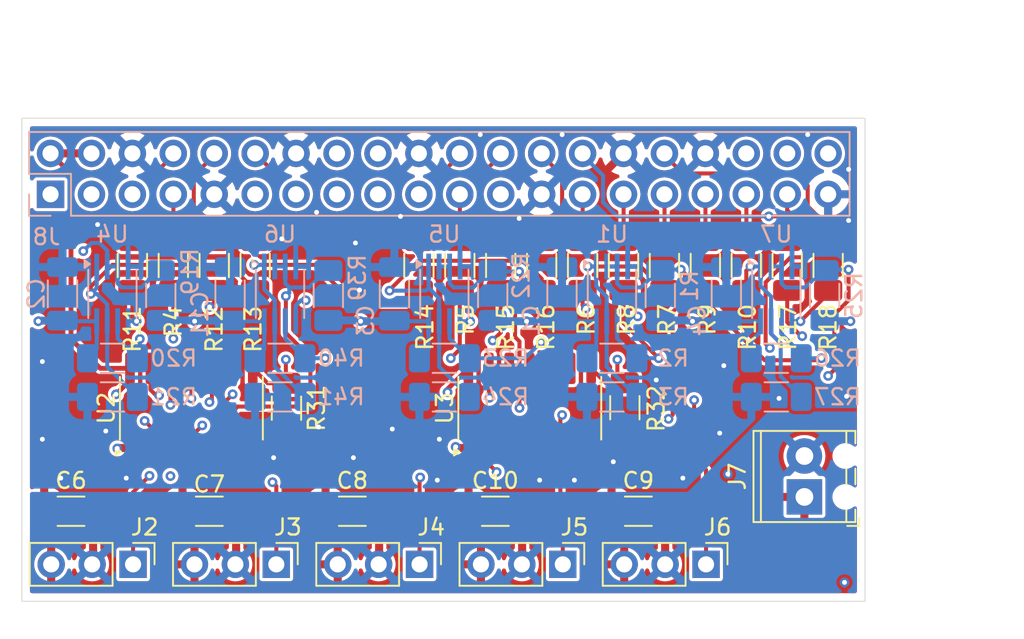
<source format=kicad_pcb>
(kicad_pcb (version 20240108) (generator "pcbnew") (generator_version "8.0")
  (layers (0 "F.Cu" signal) (1 "In1.Cu" signal) (2 "In2.Cu" signal) (31 "B.Cu" signal) (34 "B.Paste" user) (35 "F.Paste" user) (36 "B.SilkS" user "B.Silkscreen") (37 "F.SilkS" user "F.Silkscreen") (38 "B.Mask" user) (39 "F.Mask" user) (44 "Edge.Cuts" user))
  (net 0 "")
  (net 1 "GND")
  (net 2 "+3.3V")
  (net 3 "+12V")
  (net 4 "+5V")
  (net 5 "Net-(J8-Pin_32)")
  (net 7 "Net-(J8-Pin_10)")
  (net 8 "Net-(J8-Pin_24)")
  (net 12 "Net-(J8-Pin_26)")
  (net 13 "Net-(J8-Pin_35)")
  (net 16 "Net-(J8-Pin_21)")
  (net 17 "Net-(J8-Pin_29)")
  (net 18 "Net-(J8-Pin_28)")
  (net 20 "Net-(J8-Pin_31)")
  (net 21 "Net-(J8-Pin_22)")
  (net 22 "Net-(J8-Pin_27)")
  (net 24 "OE_ctrl")
  (net 27 "Net-(J8-Pin_7)")
  (net 29 "Net-(J8-Pin_33)")
  (net 30 "Net-(J8-Pin_8)")
  (net 32 "Net-(J8-Pin_12)")
  (net 33 "Op1")
  (net 34 "Op2")
  (net 35 "Op3")
  (net 36 "Op4")
  (net 37 "Op5")
  (net 38 "D1")
  (net 39 "Rx1")
  (net 40 "En1")
  (net 41 "Tx3")
  (net 42 "Rx4")
  (net 43 "Tx2")
  (net 44 "En3")
  (net 45 "Rx3")
  (net 46 "Rx5")
  (net 47 "En5")
  (net 48 "Tx1")
  (net 49 "En4")
  (net 50 "Tx4")
  (net 51 "En2")
  (net 52 "Rx2")
  (net 53 "Tx5")
  (net 54 "D2")
  (net 55 "D3")
  (net 56 "D4")
  (net 57 "D5")
  (footprint "Connector_PinHeader_2.54mm:PinHeader_1x03_P2.54mm_Vertical" (layer "F.Cu") (at 97.07 78 -90)
    (property "Reference" "J3")
    (property "Value" "Conn_01x03")
  )
  (footprint "Resistor_SMD:R_1206_3216Metric_Pad1.30x1.75mm_HandSolder" (layer "F.Cu") (at 126.238 59.436 -90)
    (property "Reference" "R10")
    (property "Value" "0")
  )
  (footprint "Inductor_SMD:L_1206_3216Metric_Pad1.22x1.90mm_HandSolder" (layer "F.Cu") (at 119.5375 74.7)
    (property "Reference" "C9")
    (property "Value" "0.1uF")
  )
  (footprint "Inductor_SMD:L_1206_3216Metric_Pad1.22x1.90mm_HandSolder" (layer "F.Cu") (at 92.9125 74.7 180)
    (property "Reference" "C7")
    (property "Value" "0.1uF")
  )
  (footprint "Resistor_SMD:R_1206_3216Metric_Pad1.30x1.75mm_HandSolder" (layer "F.Cu") (at 116.078 59.436 -90)
    (property "Reference" "R6")
    (property "Value" "0")
  )
  (footprint "Inductor_SMD:L_1206_3216Metric_Pad1.22x1.90mm_HandSolder" (layer "F.Cu") (at 84.328 74.7)
    (property "Reference" "C6")
    (property "Value" "0.1uF")
  )
  (footprint "Resistor_SMD:R_1206_3216Metric_Pad1.30x1.75mm_HandSolder" (layer "F.Cu") (at 95.758 59.436 90)
    (property "Reference" "R13")
    (property "Value" "0")
  )
  (footprint "Resistor_SMD:R_1206_3216Metric_Pad1.30x1.75mm_HandSolder" (layer "F.Cu") (at 131.318 59.436 90)
    (property "Reference" "R18")
    (property "Value" "0")
  )
  (footprint "Resistor_SMD:R_1206_3216Metric_Pad1.30x1.75mm_HandSolder" (layer "F.Cu") (at 90.678 59.436 -90)
    (property "Reference" "R4")
    (property "Value" "0")
  )
  (footprint "Connector_PinHeader_2.54mm:PinHeader_1x03_P2.54mm_Vertical" (layer "F.Cu") (at 88.18 78 -90)
    (property "Reference" "J2")
    (property "Value" "Conn_01x03")
  )
  (footprint "Resistor_SMD:R_1206_3216Metric_Pad1.30x1.75mm_HandSolder" (layer "F.Cu") (at 118.7 68.2728 90)
    (property "Reference" "R32")
    (property "Value" "10k")
  )
  (footprint "Resistor_SMD:R_1206_3216Metric_Pad1.30x1.75mm_HandSolder" (layer "F.Cu") (at 123.698 59.436 -90)
    (property "Reference" "R9")
    (property "Value" "0")
  )
  (footprint "Resistor_SMD:R_1206_3216Metric_Pad1.30x1.75mm_HandSolder" (layer "F.Cu") (at 108.458 59.436 -90)
    (property "Reference" "R5")
    (property "Value" "0")
  )
  (footprint "Package_SO:SOIC-14_3.9x8.7mm_P1.27mm" (layer "F.Cu") (at 91.8 68.3 90)
    (property "Reference" "U2")
    (property "Value" "TXB0104D")
  )
  (footprint "Resistor_SMD:R_1206_3216Metric_Pad1.30x1.75mm_HandSolder" (layer "F.Cu") (at 93.218 59.436 90)
    (property "Reference" "R12")
    (property "Value" "0")
  )
  (footprint "Resistor_SMD:R_1206_3216Metric_Pad1.30x1.75mm_HandSolder" (layer "F.Cu") (at 118.618 59.436 -90)
    (property "Reference" "R8")
    (property "Value" "0")
  )
  (footprint "Resistor_SMD:R_1206_3216Metric_Pad1.30x1.75mm_HandSolder" (layer "F.Cu") (at 121.158 59.436 -90)
    (property "Reference" "R7")
    (property "Value" "0")
  )
  (footprint "Resistor_SMD:R_1206_3216Metric_Pad1.30x1.75mm_HandSolder" (layer "F.Cu") (at 128.778 59.436 90)
    (property "Reference" "R17")
    (property "Value" "0")
  )
  (footprint "Package_SO:SOIC-14_3.9x8.7mm_P1.27mm" (layer "F.Cu") (at 112.8 68.3 90)
    (property "Reference" "U3")
    (property "Value" "TXB0104D")
  )
  (footprint "TerminalBlock_Phoenix:TerminalBlock_Phoenix_MPT-0,5-2-2.54_1x02_P2.54mm_Horizontal" (layer "F.Cu") (at 129.8448 73.8124 90)
    (property "Reference" "J7")
    (property "Value" "pow_Conn_01x02")
  )
  (footprint "Resistor_SMD:R_1206_3216Metric_Pad1.30x1.75mm_HandSolder" (layer "F.Cu") (at 105.918 59.436 90)
    (property "Reference" "R14")
    (property "Value" "0")
  )
  (footprint "Resistor_SMD:R_1206_3216Metric_Pad1.30x1.75mm_HandSolder" (layer "F.Cu") (at 97.7 68.3 90)
    (property "Reference" "R31")
    (property "Value" "10k")
  )
  (footprint "Connector_PinHeader_2.54mm:PinHeader_1x03_P2.54mm_Vertical" (layer "F.Cu") (at 105.96 78 -90)
    (property "Reference" "J4")
    (property "Value" "Conn_01x03")
  )
  (footprint "Inductor_SMD:L_1206_3216Metric_Pad1.22x1.90mm_HandSolder" (layer "F.Cu") (at 110.6625 74.7)
    (property "Reference" "C10")
    (property "Value" "0.1uF")
  )
  (footprint "Resistor_SMD:R_1206_3216Metric_Pad1.30x1.75mm_HandSolder" (layer "F.Cu") (at 110.998 59.436 90)
    (property "Reference" "R15")
    (property "Value" "0")
  )
  (footprint "Resistor_SMD:R_1206_3216Metric_Pad1.30x1.75mm_HandSolder" (layer "F.Cu") (at 88.138 59.436 90)
    (property "Reference" "R11")
    (property "Value" "0")
  )
  (footprint "Resistor_SMD:R_1206_3216Metric_Pad1.30x1.75mm_HandSolder" (layer "F.Cu") (at 113.538 59.436 90)
    (property "Reference" "R16")
    (property "Value" "0")
  )
  (footprint "Connector_PinHeader_2.54mm:PinHeader_1x03_P2.54mm_Vertical" (layer "F.Cu") (at 114.85 78 -90)
    (property "Reference" "J5")
    (property "Value" "Conn_01x03")
  )
  (footprint "Inductor_SMD:L_1206_3216Metric_Pad1.22x1.90mm_HandSolder" (layer "F.Cu") (at 101.7875 74.7)
    (property "Reference" "C8")
    (property "Value" "0.1uF")
  )
  (footprint "Connector_PinHeader_2.54mm:PinHeader_1x03_P2.54mm_Vertical" (layer "F.Cu") (at 123.74 78 -90)
    (property "Reference" "J6")
    (property "Value" "Conn_01x03")
  )
  (footprint "Resistor_SMD:R_1206_3216Metric_Pad1.30x1.75mm_HandSolder" (layer "B.Cu") (at 86.9 65.2)
    (property "Reference" "R20")
    (property "Value" "10k")
  )
  (footprint "Resistor_SMD:R_1206_3216Metric_Pad1.30x1.75mm_HandSolder" (layer "B.Cu") (at 107.5 65.2)
    (property "Reference" "R23")
    (property "Value" "10k")
  )
  (footprint "Resistor_SMD:R_1206_3216Metric_Pad1.30x1.75mm_HandSolder" (layer "B.Cu") (at 128.1 65.2)
    (property "Reference" "R26")
    (property "Value" "10k")
  )
  (footprint "Inductor_SMD:L_1206_3216Metric_Pad1.22x1.90mm_HandSolder" (layer "B.Cu") (at 125 61.2 90)
    (property "Reference" "C4")
    (property "Value" "0.1uF")
  )
  (footprint "Resistor_SMD:R_1206_3216Metric_Pad1.30x1.75mm_HandSolder" (layer "B.Cu") (at 128.1 67.6)
    (property "Reference" "R27")
    (property "Value" "10k")
  )
  (footprint "Resistor_SMD:R_1206_3216Metric_Pad1.30x1.75mm_HandSolder" (layer "B.Cu") (at 97.3 65.2)
    (property "Reference" "R40")
    (property "Value" "10k")
  )
  (footprint "Inductor_SMD:L_1206_3216Metric_Pad1.22x1.90mm_HandSolder" (layer "B.Cu") (at 94.2 61.2 90)
    (property "Reference" "C11")
    (property "Value" "0.1uF")
  )
  (footprint "Resistor_SMD:R_1206_3216Metric_Pad1.30x1.75mm_HandSolder" (layer "B.Cu") (at 131.1 61.3 90)
    (property "Reference" "R25")
    (property "Value" "10k")
  )
  (footprint "Resistor_SMD:R_1206_3216Metric_Pad1.30x1.75mm_HandSolder" (layer "B.Cu") (at 107.5 67.6)
    (property "Reference" "R24")
    (property "Value" "10k")
  )
  (footprint "Resistor_SMD:R_1206_3216Metric_Pad1.30x1.75mm_HandSolder" (layer "B.Cu") (at 97.3 67.6)
    (property "Reference" "R41")
    (property "Value" "10k")
  )
  (footprint "Package_SO:SSOP-8_2.95x2.8mm_P0.65mm" (layer "B.Cu") (at 107.5 61.2 -90)
    (property "Reference" "U5")
    (property "Value" "74LVC2G241")
  )
  (footprint "Package_SO:SSOP-8_2.95x2.8mm_P0.65mm" (layer "B.Cu") (at 86.9 61.2 -90)
    (property "Reference" "U4")
    (property "Value" "74LVC2G241")
  )
  (footprint "Inductor_SMD:L_1206_3216Metric_Pad1.22x1.90mm_HandSolder" (layer "B.Cu") (at 104.4 61.2 90)
    (property "Reference" "C3")
    (property "Value" "0.1uF")
  )
  (footprint "Package_SO:SSOP-8_2.95x2.8mm_P0.65mm" (layer "B.Cu") (at 128.1 61.2 -90)
    (property "Reference" "U7")
    (property "Value" "74LVC2G241")
  )
  (footprint "Resistor_SMD:R_1206_3216Metric_Pad1.30x1.75mm_HandSolder" (layer "B.Cu") (at 89.9 61.3 90)
    (property "Reference" "R19")
    (property "Value" "10k")
  )
  (footprint "Inductor_SMD:L_1206_3216Metric_Pad1.22x1.90mm_HandSolder" (layer "B.Cu") (at 114.8 61.2 90)
    (property "Reference" "C1")
    (property "Value" "0.1uF")
  )
  (footprint "Inductor_SMD:L_1206_3216Metric_Pad1.22x1.90mm_HandSolder" (layer "B.Cu") (at 83.8 61.2 90)
    (property "Reference" "C2")
    (property "Value" "0.1uF")
  )
  (footprint "mylib:Mirrored_PinHeader_2x20_P2.54mm_Vertical" (layer "B.Cu") (at 83.058 51.6364 -90)
    (property "Reference" "J8")
    (property "Value" "rpi_Conn_02x20_Odd_Even")
  )
  (footprint "Resistor_SMD:R_1206_3216Metric_Pad1.30x1.75mm_HandSolder" (layer "B.Cu") (at 100.3 61.3 90)
    (property "Reference" "R39")
    (property "Value" "10k")
  )
  (footprint "Resistor_SMD:R_1206_3216Metric_Pad1.30x1.75mm_HandSolder" (layer "B.Cu") (at 117.9 67.6)
    (property "Reference" "R3")
    (property "Value" "10k")
  )
  (footprint "Resistor_SMD:R_1206_3216Metric_Pad1.30x1.75mm_HandSolder" (layer "B.Cu") (at 120.9 61.3 90)
    (property "Reference" "R1")
    (property "Value" "10k")
  )
  (footprint "Package_SO:SSOP-8_2.95x2.8mm_P0.65mm" (layer "B.Cu") (at 117.9 61.2 -90)
    (property "Reference" "U1")
    (property "Value" "74LVC2G241")
  )
  (footprint "Package_SO:SSOP-8_2.95x2.8mm_P0.65mm" (layer "B.Cu") (at 97.3 61.2 -90)
    (property "Reference" "U6")
    (property "Value" "74LVC2G241")
  )
  (footprint "Resistor_SMD:R_1206_3216Metric_Pad1.30x1.75mm_HandSolder" (layer "B.Cu") (at 110.5 61.3 90)
    (property "Reference" "R22")
    (property "Value" "10k")
  )
  (footprint "Resistor_SMD:R_1206_3216Metric_Pad1.30x1.75mm_HandSolder" (layer "B.Cu") (at 117.9 65.2)
    (property "Reference" "R2")
    (property "Value" "10k")
  )
  (footprint "Resistor_SMD:R_1206_3216Metric_Pad1.30x1.75mm_HandSolder" (layer "B.Cu") (at 86.9 67.6)
    (property "Reference" "R21")
    (property "Value" "10k")
  )
  (gr_rect (start 81.28 50.292) (end 133.604 80.292) (stroke (width 0.05)) (fill none) (layer "Edge.Cuts"))
  (via (at 104.775 56.388) (size 0.6) (drill 0.3) (layers "F.Cu" "B.Cu") (net 1))
  (via (at 124.841 65.659) (size 0.6) (drill 0.3) (layers "F.Cu" "B.Cu") (net 1))
  (via (at 97.409 57.785) (size 0.6) (drill 0.3) (layers "F.Cu" "B.Cu") (net 1))
  (via (at 82.55 65.405) (size 0.6) (drill 0.3) (layers "F.Cu" "B.Cu") (net 1))
  (via (at 83.693 72.644) (size 0.6) (drill 0.3) (layers "F.Cu" "B.Cu") (net 1))
  (via (at 104.267 69.596) (size 0.6) (drill 0.3) (layers "F.Cu" "B.Cu") (net 1))
  (via (at 86.487 69.723) (size 0.6) (drill 0.3) (layers "F.Cu" "B.Cu") (net 1))
  (via (at 101.854 71.374) (size 0.6) (drill 0.3) (layers "F.Cu" "B.Cu") (net 1))
  (via (at 82.55 70.231) (size 0.6) (drill 0.3) (layers "F.Cu" "B.Cu") (net 1))
  (via (at 132.588 53.467) (size 0.6) (drill 0.3) (layers "F.Cu" "B.Cu") (net 1))
  (via (at 107.188 70.231) (size 0.6) (drill 0.3) (layers "F.Cu" "B.Cu") (net 1))
  (via (at 117.983 71.628) (size 0.6) (drill 0.3) (layers "F.Cu" "B.Cu") (net 1))
  (via (at 132.334 79.121) (size 0.6) (drill 0.3) (layers "F.Cu" "B.Cu") (net 1))
  (via (at 99.695 69.469) (size 0.6) (drill 0.3) (layers "F.Cu" "B.Cu") (net 1))
  (via (at 128.27 67.691) (size 0.6) (drill 0.3) (layers "F.Cu" "B.Cu") (net 1))
  (via (at 125.095 72.39) (size 0.6) (drill 0.3) (layers "F.Cu" "B.Cu") (net 1))
  (via (at 113.411 72.771) (size 0.6) (drill 0.3) (layers "F.Cu" "B.Cu") (net 1))
  (via (at 102.235 60.96) (size 0.6) (drill 0.3) (layers "F.Cu" "B.Cu") (net 1))
  (via (at 130.048 51.308) (size 0.6) (drill 0.3) (layers "F.Cu" "B.Cu") (net 1))
  (via (at 124.587 69.85) (size 0.6) (drill 0.3) (layers "F.Cu" "B.Cu") (net 1))
  (via (at 120.65 66.548) (size 0.6) (drill 0.3) (layers "F.Cu" "B.Cu") (net 1))
  (via (at 132.588 56.642) (size 0.6) (drill 0.3) (layers "F.Cu" "B.Cu") (net 1))
  (via (at 107.061 72.771) (size 0.6) (drill 0.3) (layers "F.Cu" "B.Cu") (net 1))
  (via (at 114.808 51.308) (size 0.6) (drill 0.3) (layers "F.Cu" "B.Cu") (net 1))
  (via (at 132.461 67.564) (size 0.6) (drill 0.3) (layers "F.Cu" "B.Cu") (net 1))
  (via (at 85.979 56.896) (size 0.6) (drill 0.3) (layers "F.Cu" "B.Cu") (net 1))
  (via (at 109.728 51.308) (size 0.6) (drill 0.3) (layers "F.Cu" "B.Cu") (net 1))
  (via (at 87.757 72.644) (size 0.6) (drill 0.3) (layers "F.Cu" "B.Cu") (net 1))
  (via (at 96.901 71.374) (size 0.6) (drill 0.3) (layers "F.Cu" "B.Cu") (net 1))
  (via (at 99.568 56.134) (size 0.6) (drill 0.3) (layers "F.Cu" "B.Cu") (net 1))
  (via (at 122.301 72.644) (size 0.6) (drill 0.3) (layers "F.Cu" "B.Cu") (net 1))
  (via (at 101.981 58.039) (size 0.6) (drill 0.3) (layers "F.Cu" "B.Cu") (net 1))
  (via (at 112.141 56.515) (size 0.6) (drill 0.3) (layers "F.Cu" "B.Cu") (net 1))
  (via (at 115.57 72.771) (size 0.6) (drill 0.3) (layers "F.Cu" "B.Cu") (net 1))
  (segment (start 87.99 70.775) (end 87.225 70.775) (width 0.5) (layer "F.Cu") (net 2))
  (segment (start 108.99 70.775) (end 108.275 70.775) (width 0.5) (layer "F.Cu") (net 2))
  (segment (start 87.225 70.775) (end 87.2 70.8) (width 0.5) (layer "F.Cu") (net 2))
  (segment (start 108.275 70.775) (end 108.2 70.7) (width 0.5) (layer "F.Cu") (net 2))
  (via (at 122.9 62.9) (size 0.6) (drill 0.3) (layers "F.Cu" "B.Cu") (net 2))
  (via (at 108.2 70.7) (size 0.6) (drill 0.3) (layers "F.Cu" "B.Cu") (net 2))
  (via (at 132.7 62.9) (size 0.6) (drill 0.3) (layers "F.Cu" "B.Cu") (net 2))
  (via (at 102.3 62.9) (size 0.6) (drill 0.3) (layers "F.Cu" "B.Cu") (net 2))
  (via (at 87.2 70.8) (size 0.6) (drill 0.3) (layers "F.Cu" "B.Cu") (net 2))
  (via (at 112.6 62.9) (size 0.6) (drill 0.3) (layers "F.Cu" "B.Cu") (net 2))
  (via (at 92 62.9) (size 0.6) (drill 0.3) (layers "F.Cu" "B.Cu") (net 2))
  (via (at 82.3 62.9) (size 0.6) (drill 0.3) (layers "F.Cu" "B.Cu") (net 2))
  (segment (start 127.125 62.9) (end 125.0375 62.9) (width 0.25) (layer "B.Cu") (net 2))
  (segment (start 85.925 62.9) (end 85.925 64.625) (width 0.25) (layer "B.Cu") (net 2))
  (segment (start 120.9 62.85) (end 122.85 62.85) (width 0.5) (layer "B.Cu") (net 2))
  (segment (start 132.7 62.9) (end 131.15 62.9) (width 0.5) (layer "B.Cu") (net 2))
  (segment (start 126.55 64.125) (end 126.55 65.2) (width 0.25) (layer "B.Cu") (net 2))
  (segment (start 112.6 62.9) (end 114.7625 62.9) (width 0.5) (layer "B.Cu") (net 2))
  (segment (start 85.925 62.9) (end 83.8375 62.9) (width 0.25) (layer "B.Cu") (net 2))
  (segment (start 100.3 62.85) (end 102.25 62.85) (width 0.5) (layer "B.Cu") (net 2))
  (segment (start 122.9 62.9) (end 124.9625 62.9) (width 0.5) (layer "B.Cu") (net 2))
  (segment (start 131.15 62.9) (end 131.1 62.85) (width 0.5) (layer "B.Cu") (net 2))
  (segment (start 106.525 62.9) (end 104.4375 62.9) (width 0.25) (layer "B.Cu") (net 2))
  (segment (start 116.925 62.9) (end 114.8375 62.9) (width 0.25) (layer "B.Cu") (net 2))
  (segment (start 85.925 64.625) (end 85.35 65.2) (width 0.25) (layer "B.Cu") (net 2))
  (segment (start 102.3 62.9) (end 104.3625 62.9) (width 0.5) (layer "B.Cu") (net 2))
  (segment (start 102.25 62.85) (end 102.3 62.9) (width 0.5) (layer "B.Cu") (net 2))
  (segment (start 127.125 62.9) (end 127.125 63.55) (width 0.25) (layer "B.Cu") (net 2))
  (segment (start 89.9 62.85) (end 91.95 62.85) (width 0.5) (layer "B.Cu") (net 2))
  (segment (start 114.8375 62.9) (end 114.8 62.8625) (width 0.25) (layer "B.Cu") (net 2))
  (segment (start 116.925 64.625) (end 116.35 65.2) (width 0.25) (layer "B.Cu") (net 2))
  (segment (start 83.8375 62.9) (end 83.8 62.8625) (width 0.25) (layer "B.Cu") (net 2))
  (segment (start 125.0375 62.9) (end 125 62.8625) (width 0.25) (layer "B.Cu") (net 2))
  (segment (start 96.325 62.9) (end 94.2375 62.9) (width 0.25) (layer "B.Cu") (net 2))
  (segment (start 124.9625 62.9) (end 125 62.8625) (width 0.5) (layer "B.Cu") (net 2))
  (segment (start 127.125 63.55) (end 126.55 64.125) (width 0.25) (layer "B.Cu") (net 2))
  (segment (start 114.7625 62.9) (end 114.8 62.8625) (width 0.5) (layer "B.Cu") (net 2))
  (segment (start 116.925 62.9) (end 116.925 64.625) (width 0.25) (layer "B.Cu") (net 2))
  (segment (start 83.8 62.8625) (end 82.3375 62.8625) (width 0.5) (layer "B.Cu") (net 2))
  (segment (start 94.2375 62.9) (end 94.2 62.8625) (width 0.25) (layer "B.Cu") (net 2))
  (segment (start 91.95 62.85) (end 92 62.9) (width 0.5) (layer "B.Cu") (net 2))
  (segment (start 122.85 62.85) (end 122.9 62.9) (width 0.5) (layer "B.Cu") (net 2))
  (segment (start 110.55 62.9) (end 110.5 62.85) (width 0.5) (layer "B.Cu") (net 2))
  (segment (start 106.525 62.9) (end 106.525 64.625) (width 0.25) (layer "B.Cu") (net 2))
  (segment (start 106.525 64.625) (end 105.95 65.2) (width 0.25) (layer "B.Cu") (net 2))
  (segment (start 82.3375 62.8625) (end 82.3 62.9) (width 0.5) (layer "B.Cu") (net 2))
  (segment (start 96.325 64.625) (end 95.75 65.2) (width 0.25) (layer "B.Cu") (net 2))
  (segment (start 91.95 62.85) (end 91.9625 62.8625) (width 0.5) (layer "B.Cu") (net 2))
  (segment (start 91.9625 62.8625) (end 94.2 62.8625) (width 0.5) (layer "B.Cu") (net 2))
  (segment (start 112.6 62.9) (end 110.55 62.9) (width 0.5) (layer "B.Cu") (net 2))
  (segment (start 104.3625 62.9) (end 104.4 62.8625) (width 0.5) (layer "B.Cu") (net 2))
  (segment (start 104.4375 62.9) (end 104.4 62.8625) (width 0.25) (layer "B.Cu") (net 2))
  (segment (start 102.3375 62.8625) (end 102.3 62.9) (width 0.25) (layer "B.Cu") (net 2))
  (segment (start 96.325 62.9) (end 96.325 64.625) (width 0.25) (layer "B.Cu") (net 2))
  (segment (start 121.2 74.7) (end 121.2 78) (width 0.5) (layer "F.Cu") (net 3))
  (segment (start 85.7 77.94) (end 85.64 78) (width 0.5) (layer "F.Cu") (net 3))
  (segment (start 85.7 74.7) (end 85.7 77.94) (width 0.5) (layer "F.Cu") (net 3))
  (segment (start 103.45 77.97) (end 103.42 78) (width 0.5) (layer "F.Cu") (net 3))
  (segment (start 103.45 74.7) (end 103.45 77.97) (width 0.5) (layer "F.Cu") (net 3))
  (segment (start 112.325 77.985) (end 112.31 78) (width 0.5) (layer "F.Cu") (net 3))
  (segment (start 94.575 77.955) (end 94.53 78) (width 0.5) (layer "F.Cu") (net 3))
  (segment (start 112.325 74.7) (end 112.325 77.985) (width 0.5) (layer "F.Cu") (net 3))
  (segment (start 94.575 74.7) (end 94.575 77.955) (width 0.5) (layer "F.Cu") (net 3))
  (segment (start 84.328 64.008) (end 86.145 65.825) (width 0.3) (layer "F.Cu") (net 4))
  (segment (start 87.99 65.825) (end 87.99 66.569) (width 0.3) (layer "F.Cu") (net 4))
  (segment (start 83.058 52.4764) (end 84.328 53.7464) (width 0.3) (layer "F.Cu") (net 4))
  (segment (start 87.99 66.569) (end 87.122 67.437) (width 0.3) (layer "F.Cu") (net 4))
  (segment (start 86.145 65.825) (end 87.99 65.825) (width 0.3) (layer "F.Cu") (net 4))
  (segment (start 83.058 52.4764) (end 85.598 52.4764) (width 0.5) (layer "F.Cu") (net 4))
  (segment (start 84.328 53.7464) (end 84.328 64.008) (width 0.3) (layer "F.Cu") (net 4))
  (segment (start 107.696 67.119) (end 108.99 65.825) (width 0.3) (layer "F.Cu") (net 4))
  (segment (start 107.696 67.31) (end 107.696 67.119) (width 0.3) (layer "F.Cu") (net 4))
  (via (at 87.122 67.437) (size 0.6) (drill 0.3) (layers "F.Cu" "B.Cu") (net 4))
  (via (at 107.696 67.31) (size 0.6) (drill 0.3) (layers "F.Cu" "B.Cu") (net 4))
  (segment (start 131.318 57.023) (end 130.048 55.753) (width 0.25) (layer "F.Cu") (net 5))
  (segment (start 122.301 53.721) (end 121.163 52.583) (width 0.25) (layer "F.Cu") (net 5))
  (segment (start 131.318 57.886) (end 131.318 57.023) (width 0.25) (layer "F.Cu") (net 5))
  (segment (start 130.048 55.753) (end 130.048 54.483) (width 0.25) (layer "F.Cu") (net 5))
  (segment (start 129.286 53.721) (end 122.301 53.721) (width 0.25) (layer "F.Cu") (net 5))
  (segment (start 130.048 54.483) (end 129.286 53.721) (width 0.25) (layer "F.Cu") (net 5))
  (segment (start 91.948 55.753) (end 93.218 57.023) (width 0.25) (layer "F.Cu") (net 7))
  (segment (start 93.223 52.583) (end 91.958 53.848) (width 0.25) (layer "F.Cu") (net 7))
  (segment (start 91.958 53.848) (end 91.948 53.848) (width 0.25) (layer "F.Cu") (net 7))
  (segment (start 93.218 57.023) (end 93.218 57.886) (width 0.25) (layer "F.Cu") (net 7))
  (segment (start 91.948 53.848) (end 91.948 55.753) (width 0.25) (layer "F.Cu") (net 7))
  (segment (start 109.728 56.108) (end 109.728 53.858) (width 0.25) (layer "F.Cu") (net 8))
  (segment (start 110.998 57.378) (end 109.728 56.108) (width 0.25) (layer "F.Cu") (net 8))
  (segment (start 109.728 53.858) (end 111.003 52.583) (width 0.25) (layer "F.Cu") (net 8))
  (segment (start 114.808 53.848) (end 113.543 52.583) (width 0.25) (layer "F.Cu") (net 12))
  (segment (start 113.538 57.023) (end 114.808 55.753) (width 0.25) (layer "F.Cu") (net 12))
  (segment (start 114.808 55.753) (end 114.808 53.848) (width 0.25) (layer "F.Cu") (net 12))
  (segment (start 113.538 57.378) (end 113.538 57.023) (width 0.25) (layer "F.Cu") (net 12))
  (segment (start 126.243 55.123) (end 126.243 57.373) (width 0.25) (layer "F.Cu") (net 13))
  (segment (start 126.243 57.373) (end 126.238 57.378) (width 0.25) (layer "F.Cu") (net 13))
  (segment (start 108.463 55.123) (end 108.463 57.373) (width 0.25) (layer "F.Cu") (net 16))
  (segment (start 108.463 57.373) (end 108.458 57.378) (width 0.25) (layer "F.Cu") (net 16))
  (segment (start 118.623 55.123) (end 118.623 57.373) (width 0.25) (layer "F.Cu") (net 17))
  (segment (start 118.623 57.373) (end 118.618 57.378) (width 0.25) (layer "F.Cu") (net 17))
  (segment (start 128.778 56.896) (end 128.778 57.886) (width 0.25) (layer "F.Cu") (net 18))
  (segment (start 127.635 56.388) (end 128.27 56.388) (width 0.25) (layer "F.Cu") (net 18))
  (segment (start 128.27 56.388) (end 128.778 56.896) (width 0.25) (layer "F.Cu") (net 18))
  (via (at 127.635 56.388) (size 0.6) (drill 0.3) (layers "F.Cu" "B.Cu") (net 18))
  (segment (start 117.348 55.509701) (end 117.348 53.848) (width 0.25) (layer "B.Cu") (net 18))
  (segment (start 118.226299 56.388) (end 117.348 55.509701) (width 0.25) (layer "B.Cu") (net 18))
  (segment (start 117.348 53.848) (end 116.083 52.583) (width 0.25) (layer "B.Cu") (net 18))
  (segment (start 127.635 56.388) (end 118.226299 56.388) (width 0.25) (layer "B.Cu") (net 18))
  (segment (start 121.163 57.373) (end 121.158 57.378) (width 0.25) (layer "F.Cu") (net 20))
  (segment (start 121.163 55.123) (end 121.163 57.373) (width 0.25) (layer "F.Cu") (net 20))
  (segment (start 107.188 53.858) (end 108.463 52.583) (width 0.25) (layer "F.Cu") (net 21))
  (segment (start 105.918 57.759) (end 105.918 57.404) (width 0.25) (layer "F.Cu") (net 21))
  (segment (start 105.918 57.404) (end 107.188 56.134) (width 0.25) (layer "F.Cu") (net 21))
  (segment (start 107.188 56.134) (end 107.188 53.858) (width 0.25) (layer "F.Cu") (net 21))
  (segment (start 116.083 55.123) (end 116.083 57.373) (width 0.25) (layer "F.Cu") (net 22))
  (segment (start 116.083 57.373) (end 116.078 57.378) (width 0.25) (layer "F.Cu") (net 22))
  (segment (start 96.535 66.75) (end 95.61 65.825) (width 0.25) (layer "F.Cu") (net 24))
  (segment (start 117.5078 66.7228) (end 116.61 65.825) (width 0.25) (layer "F.Cu") (net 24))
  (segment (start 130.048 58.928) (end 128.9909 58.928) (width 0.25) (layer "F.Cu") (net 24))
  (segment (start 97.663 66.713) (end 97.7 66.75) (width 0.25) (layer "F.Cu") (net 24))
  (segment (start 127.438 64.298588) (end 127.7 64.560588) (width 0.25) (layer "F.Cu") (net 24))
  (segment (start 118.7 66.7228) (end 117.5078 66.7228) (width 0.25) (layer "F.Cu") (net 24))
  (segment (start 128.778 55.0164) (end 128.778 56.007) (width 0.25) (layer "F.Cu") (net 24))
  (segment (start 128.778 56.007) (end 130.048 57.277) (width 0.25) (layer "F.Cu") (net 24))
  (segment (start 118.237 65.278) (end 118.237 66.2598) (width 0.25) (layer "F.Cu") (net 24))
  (segment (start 97.7 66.75) (end 96.535 66.75) (width 0.25) (layer "F.Cu") (net 24))
  (segment (start 127.438 60.4809) (end 127.438 64.298588) (width 0.25) (layer "F.Cu") (net 24))
  (segment (start 97.663 65.278) (end 97.663 66.713) (width 0.25) (layer "F.Cu") (net 24))
  (segment (start 130.048 57.277) (end 130.048 58.928) (width 0.25) (layer "F.Cu") (net 24))
  (segment (start 128.9909 58.928) (end 127.438 60.4809) (width 0.25) (layer "F.Cu") (net 24))
  (segment (start 118.237 66.2598) (end 118.7 66.7228) (width 0.25) (layer "F.Cu") (net 24))
  (via (at 118.237 65.278) (size 0.6) (drill 0.3) (layers "F.Cu" "B.Cu") (net 24))
  (via (at 127.7 64.560588) (size 0.6) (drill 0.3) (layers "F.Cu" "B.Cu") (net 24))
  (via (at 97.663 65.278) (size 0.6) (drill 0.3) (layers "F.Cu" "B.Cu") (net 24))
  (segment (start 90.683 57.373) (end 90.678 57.378) (width 0.25) (layer "F.Cu") (net 27))
  (segment (start 90.683 55.123) (end 90.683 57.373) (width 0.25) (layer "F.Cu") (net 27))
  (segment (start 90.678 57.378) (end 90.678 57.886) (width 0.2) (layer "F.Cu") (net 27))
  (segment (start 123.703 57.373) (end 123.698 57.378) (width 0.25) (layer "F.Cu") (net 29))
  (segment (start 123.703 55.123) (end 123.703 57.373) (width 0.25) (layer "F.Cu") (net 29))
  (segment (start 88.138 57.023) (end 88.138 57.886) (width 0.25) (layer "F.Cu") (net 30))
  (segment (start 89.408 55.753) (end 88.138 57.023) (width 0.25) (layer "F.Cu") (net 30))
  (segment (start 89.408 53.858) (end 89.408 55.753) (width 0.25) (layer "F.Cu") (net 30))
  (segment (start 90.683 52.583) (end 89.408 53.858) (width 0.25) (layer "F.Cu") (net 30))
  (segment (start 97.028 56.616) (end 95.758 57.886) (width 0.25) (layer "F.Cu") (net 32))
  (segment (start 97.028 53.7464) (end 97.028 56.616) (width 0.25) (layer "F.Cu") (net 32))
  (segment (start 95.758 52.4764) (end 97.028 53.7464) (width 0.25) (layer "F.Cu") (net 32))
  (segment (start 88.18 78) (end 88.18 73.52) (width 0.25) (layer "F.Cu") (net 33))
  (segment (start 88.18 73.52) (end 89.2 72.5) (width 0.25) (layer "F.Cu") (net 33))
  (segment (start 89.6 67.5) (end 89.26 67.16) (width 0.25) (layer "F.Cu") (net 33))
  (segment (start 89.26 67.16) (end 89.26 65.825) (width 0.25) (layer "F.Cu") (net 33))
  (segment (start 89.8 67.5) (end 89.6 67.5) (width 0.25) (layer "F.Cu") (net 33))
  (via (at 89.8 67.5) (size 0.6) (drill 0.3) (layers "F.Cu" "B.Cu") (net 33))
  (via (at 89.2 72.5) (size 0.6) (drill 0.3) (layers "F.Cu" "B.Cu") (net 33))
  (segment (start 97.07 78) (end 97.07 73.13369) (width 0.25) (layer "F.Cu") (net 34))
  (segment (start 90.5 65.855) (end 90.53 65.825) (width 0.25) (layer "F.Cu") (net 34))
  (segment (start 90.5 68.1) (end 90.5 65.855) (width 0.25) (layer "F.Cu") (net 34))
  (segment (start 97.07 73.13369) (end 96.83431 72.898) (width 0.25) (layer "F.Cu") (net 34))
  (via (at 90.5 68.1) (size 0.6) (drill 0.3) (layers "F.Cu" "B.Cu") (net 34))
  (via (at 96.83431 72.898) (size 0.6) (drill 0.3) (layers "F.Cu" "B.Cu") (net 34))
  (via (at 90.5 72.517) (size 0.6) (drill 0.3) (layers "F.Cu" "B.Cu") (net 34))
  (segment (start 105.96 72.64) (end 106 72.6) (width 0.25) (layer "F.Cu") (net 35))
  (segment (start 105.96 78) (end 105.96 72.64) (width 0.25) (layer "F.Cu") (net 35))
  (segment (start 91.8 67.7) (end 91.8 65.825) (width 0.25) (layer "F.Cu") (net 35))
  (via (at 106 72.6) (size 0.6) (drill 0.3) (layers "F.Cu" "B.Cu") (net 35))
  (via (at 91.8 67.7) (size 0.6) (drill 0.3) (layers "F.Cu" "B.Cu") (net 35))
  (segment (start 114.7 76.75) (end 114.7 68.833) (width 0.25) (layer "F.Cu") (net 36))
  (segment (start 114.85 78) (end 114.85 76.9) (width 0.25) (layer "F.Cu") (net 36))
  (segment (start 93.07 65.825) (end 93.07 67.773404) (width 0.25) (layer "F.Cu") (net 36))
  (segment (start 114.85 76.9) (end 114.7 76.75) (width 0.25) (layer "F.Cu") (net 36))
  (segment (start 93.07 67.773404) (end 92.921702 67.921702) (width 0.25) (layer "F.Cu") (net 36))
  (segment (start 114.7 68.833) (end 114.808 68.725) (width 0.25) (layer "F.Cu") (net 36))
  (via (at 92.921702 67.921702) (size 0.6) (drill 0.3) (layers "F.Cu" "B.Cu") (net 36))
  (via (at 114.808 68.725) (size 0.6) (drill 0.3) (layers "F.Cu" "B.Cu") (net 36))
  (segment (start 110.26 67.611) (end 110.3 67.651) (width 0.25) (layer "F.Cu") (net 37))
  (segment (start 110.26 65.825) (end 110.26 67.611) (width 0.25) (layer "F.Cu") (net 37))
  (segment (start 123.74 78) (end 123.74 72.14) (width 0.25) (layer "F.Cu") (net 37))
  (segment (start 123.74 72.14) (end 123 71.4) (width 0.25) (layer "F.Cu") (net 37))
  (segment (start 123 71.4) (end 123 67.8) (width 0.25) (layer "F.Cu") (net 37))
  (via (at 123 67.8) (size 0.6) (drill 0.3) (layers "F.Cu" "B.Cu") (net 37))
  (via (at 110.3 67.651) (size 0.6) (drill 0.3) (layers "F.Cu" "B.Cu") (net 37))
  (segment (start 89.26 69.448) (end 88.9 69.088) (width 0.25) (layer "F.Cu") (net 38))
  (segment (start 89.26 70.775) (end 89.26 69.448) (width 0.25) (layer "F.Cu") (net 38))
  (via (at 85.09 58.547) (size 0.6) (drill 0.3) (layers "F.Cu" "B.Cu") (net 38))
  (via (at 88.9 69.088) (size 0.6) (drill 0.3) (layers "F.Cu" "B.Cu") (net 38))
  (segment (start 85.09 58.547) (end 85.598 58.039) (width 0.25) (layer "B.Cu") (net 38))
  (segment (start 86.575 59.5) (end 87.225 59.5) (width 0.25) (layer "B.Cu") (net 38))
  (segment (start 89.9 59.75) (end 89.75 59.75) (width 0.25) (layer "B.Cu") (net 38))
  (segment (start 88.7 60.8) (end 87.475 60.8) (width 0.25) (layer "B.Cu") (net 38))
  (segment (start 86.106 58.039) (end 86.575 58.508) (width 0.25) (layer "B.Cu") (net 38))
  (segment (start 86.575 58.508) (end 86.575 59.5) (width 0.25) (layer "B.Cu") (net 38))
  (segment (start 87.225 60.55) (end 87.225 59.5) (width 0.25) (layer "B.Cu") (net 38))
  (segment (start 89.75 59.75) (end 88.7 60.8) (width 0.25) (layer "B.Cu") (net 38))
  (segment (start 87.475 60.8) (end 87.225 60.55) (width 0.25) (layer "B.Cu") (net 38))
  (segment (start 85.598 58.039) (end 86.106 58.039) (width 0.25) (layer "B.Cu") (net 38))
  (segment (start 93.218 60.986) (end 93.218 61.719379) (width 0.25) (layer "F.Cu") (net 39))
  (segment (start 93.218 61.719379) (end 92.926861 62.010518) (width 0.25) (layer "F.Cu") (net 39))
  (via (at 88.6 64) (size 0.6) (drill 0.3) (layers "F.Cu" "B.Cu") (net 39))
  (via (at 92.926861 62.010518) (size 0.6) (drill 0.3) (layers "F.Cu" "B.Cu") (net 39))
  (segment (start 88.6 64) (end 88.6 65.05) (width 0.25) (layer "B.Cu") (net 39))
  (segment (start 87.225 62.9) (end 87.225 63.975) (width 0.25) (layer "B.Cu") (net 39))
  (segment (start 88.6 65.05) (end 88.45 65.2) (width 0.25) (layer "B.Cu") (net 39))
  (segment (start 87.225 63.975) (end 88.45 65.2) (width 0.25) (layer "B.Cu") (net 39))
  (segment (start 95.758 60.986) (end 94.172 59.4) (width 0.25) (layer "F.Cu") (net 40))
  (segment (start 86.9 59.4) (end 85.558 60.742) (width 0.25) (layer "F.Cu") (net 40))
  (segment (start 85.558 60.742) (end 85.558 61.2) (width 0.25) (layer "F.Cu") (net 40))
  (segment (start 94.172 59.4) (end 86.9 59.4) (width 0.25) (layer "F.Cu") (net 40))
  (via (at 85.558 61.2) (size 0.6) (drill 0.3) (layers "F.Cu" "B.Cu") (net 40))
  (segment (start 85.925 60.833) (end 85.558 61.2) (width 0.25) (layer "B.Cu") (net 40))
  (segment (start 86.575 61.85) (end 85.925 61.2) (width 0.25) (layer "B.Cu") (net 40))
  (segment (start 86.575 65.725) (end 88.45 67.6) (width 0.25) (layer "B.Cu") (net 40))
  (segment (start 85.925 59.5) (end 85.925 60.833) (width 0.25) (layer "B.Cu") (net 40))
  (segment (start 86.575 62.9) (end 86.575 61.85) (width 0.25) (layer "B.Cu") (net 40))
  (segment (start 85.925 61.2) (end 85.558 61.2) (width 0.25) (layer "B.Cu") (net 40))
  (segment (start 86.575 62.9) (end 86.575 65.725) (width 0.25) (layer "B.Cu") (net 40))
  (segment (start 90.678 63.978) (end 90.684094 63.984094) (width 0.25) (layer "F.Cu") (net 41))
  (segment (start 90.684094 63.984094) (end 90.678837 63.984094) (width 0.25) (layer "F.Cu") (net 41))
  (segment (start 90.678 60.986) (end 90.678 63.978) (width 0.25) (layer "F.Cu") (net 41))
  (via (at 90.678837 63.984094) (size 0.6) (drill 0.3) (layers "F.Cu" "B.Cu") (net 41))
  (via (at 119.5 62.6) (size 0.6) (drill 0.3) (layers "F.Cu" "B.Cu") (net 41))
  (segment (start 119.5 62.6) (end 119.175 62.6) (width 0.25) (layer "B.Cu") (net 41))
  (segment (start 119.175 62.6) (end 118.875 62.9) (width 0.25) (layer "B.Cu") (net 41))
  (segment (start 108.458 60.986) (end 108.458 64.642) (width 0.25) (layer "F.Cu") (net 42))
  (segment (start 108.458 64.642) (end 107.9 65.2) (width 0.25) (layer "F.Cu") (net 42))
  (via (at 100.1 65.2) (size 0.6) (drill 0.3) (layers "F.Cu" "B.Cu") (net 42))
  (via (at 107.9 65.2) (size 0.6) (drill 0.3) (layers "F.Cu" "B.Cu") (net 42))
  (segment (start 97.625 62.9) (end 97.625 63.975) (width 0.25) (layer "B.Cu") (net 42))
  (segment (start 97.625 63.975) (end 98.85 65.2) (width 0.25) (layer "B.Cu") (net 42))
  (segment (start 100.1 65.2) (end 98.85 65.2) (width 0.25) (layer "B.Cu") (net 42))
  (segment (start 116.078 61.903002) (end 116.274998 62.1) (width 0.25) (layer "F.Cu") (net 43))
  (segment (start 116.078 60.986) (end 116.078 61.903002) (width 0.25) (layer "F.Cu") (net 43))
  (via (at 116.274998 62.1) (size 0.6) (drill 0.3) (layers "F.Cu" "B.Cu") (net 43))
  (via (at 109.1 62.9) (size 0.6) (drill 0.3) (layers "F.Cu" "B.Cu") (net 43))
  (segment (start 109.1 62.9) (end 108.475 62.9) (width 0.25) (layer "B.Cu") (net 43))
  (segment (start 119.672 59.5) (end 116.4 59.5) (width 0.25) (layer "F.Cu") (net 44))
  (segment (start 121.158 60.986) (end 119.672 59.5) (width 0.25) (layer "F.Cu") (net 44))
  (via (at 116.4 59.5) (size 0.6) (drill 0.3) (layers "F.Cu" "B.Cu") (net 44))
  (segment (start 117.575 61.375) (end 117.575 62.9) (width 0.25) (layer "B.Cu") (net 44))
  (segment (start 116.925 60.725) (end 117.575 61.375) (width 0.25) (layer "B.Cu") (net 44))
  (segment (start 117.575 62.9) (end 117.575 65.725) (width 0.25) (layer "B.Cu") (net 44))
  (segment (start 116.4 59.5) (end 116.925 59.5) (width 0.25) (layer "B.Cu") (net 44))
  (segment (start 117.575 65.725) (end 119.45 67.6) (width 0.25) (layer "B.Cu") (net 44))
  (segment (start 116.925 59.5) (end 116.925 60.725) (width 0.25) (layer "B.Cu") (net 44))
  (segment (start 118.618 60.986) (end 118.618 63.018) (width 0.25) (layer "F.Cu") (net 45))
  (segment (start 118.618 63.018) (end 120.8 65.2) (width 0.25) (layer "F.Cu") (net 45))
  (via (at 120.8 65.2) (size 0.6) (drill 0.3) (layers "F.Cu" "B.Cu") (net 45))
  (segment (start 120.8 65.2) (end 119.45 65.2) (width 0.25) (layer "B.Cu") (net 45))
  (segment (start 118.225 63.975) (end 119.45 65.2) (width 0.25) (layer "B.Cu") (net 45))
  (segment (start 118.225 62.9) (end 118.225 63.975) (width 0.25) (layer "B.Cu") (net 45))
  (segment (start 127.384932 65.322932) (end 130.777068 65.322932) (width 0.25) (layer "F.Cu") (net 46))
  (segment (start 123.698 61.636) (end 127.384932 65.322932) (width 0.25) (layer "F.Cu") (net 46))
  (segment (start 123.698 60.986) (end 123.698 61.636) (width 0.25) (layer "F.Cu") (net 46))
  (segment (start 130.777068 65.322932) (end 130.9 65.2) (width 0.25) (layer "F.Cu") (net 46))
  (via (at 130.9 65.2) (size 0.6) (drill 0.3) (layers "F.Cu" "B.Cu") (net 46))
  (segment (start 130.9 65.2) (end 129.65 65.2) (width 0.25) (layer "B.Cu") (net 46))
  (segment (start 128.425 62.9) (end 128.425 63.694597) (width 0.25) (layer "B.Cu") (net 46))
  (segment (start 129.65 64.919597) (end 129.65 65.2) (width 0.25) (layer "B.Cu") (net 46))
  (segment (start 128.425 63.694597) (end 129.65 64.919597) (width 0.25) (layer "B.Cu") (net 46))
  (segment (start 126.238 59.762) (end 126.5 59.5) (width 0.25) (layer "F.Cu") (net 47))
  (segment (start 126.238 60.986) (end 126.238 59.762) (width 0.25) (layer "F.Cu") (net 47))
  (via (at 126.5 59.5) (size 0.6) (drill 0.3) (layers "F.Cu" "B.Cu") (net 47))
  (segment (start 127.125 59.5) (end 127.125 60.7125) (width 0.25) (layer "B.Cu") (net 47))
  (segment (start 127.775 63.680993) (end 128.375 64.280993) (width 0.25) (layer "B.Cu") (net 47))
  (segment (start 127.775 62.9) (end 127.775 63.680993) (width 0.25) (layer "B.Cu") (net 47))
  (segment (start 128.375 64.280993) (end 128.375 66.325) (width 0.25) (layer "B.Cu") (net 47))
  (segment (start 126.5 59.5) (end 127.125 59.5) (width 0.25) (layer "B.Cu") (net 47))
  (segment (start 128.375 66.325) (end 129.65 67.6) (width 0.25) (layer "B.Cu") (net 47))
  (segment (start 127.125 60.7125) (end 127.775 61.3625) (width 0.25) (layer "B.Cu") (net 47))
  (segment (start 127.775 61.3625) (end 127.775 62.9) (width 0.25) (layer "B.Cu") (net 47))
  (segment (start 88.138 60.986) (end 88.138 62.638) (width 0.25) (layer "F.Cu") (net 48))
  (segment (start 88.138 62.638) (end 88.4 62.9) (width 0.25) (layer "F.Cu") (net 48))
  (via (at 88.4 62.9) (size 0.6) (drill 0.3) (layers "F.Cu" "B.Cu") (net 48))
  (segment (start 88.4 62.9) (end 87.875 62.9) (width 0.25) (layer "B.Cu") (net 48))
  (segment (start 105.918 60.986) (end 105.104 61.8) (width 0.25) (layer "F.Cu") (net 49))
  (segment (start 105.104 61.8) (end 102.5 61.8) (width 0.25) (layer "F.Cu") (net 49))
  (segment (start 100.9 60.8) (end 99.5 59.4) (width 0.25) (layer "F.Cu") (net 49))
  (segment (start 102.5 61.8) (end 101.9 61.8) (width 0.25) (layer "F.Cu") (net 49))
  (segment (start 99.5 59.4) (end 95.7 59.4) (width 0.25) (layer "F.Cu") (net 49))
  (segment (start 101.9 61.8) (end 100.9 60.8) (width 0.25) (layer "F.Cu") (net 49))
  (via (at 95.7 59.4) (size 0.6) (drill 0.3) (layers "F.Cu" "B.Cu") (net 49))
  (segment (start 96.325 59.5) (end 96.325 60.925) (width 0.25) (layer "B.Cu") (net 49))
  (segment (start 96.325 60.925) (end 96.975 61.575) (width 0.25) (layer "B.Cu") (net 49))
  (segment (start 96.975 61.575) (end 96.975 62.9) (width 0.25) (layer "B.Cu") (net 49))
  (segment (start 96.975 65.725) (end 98.85 67.6) (width 0.25) (layer "B.Cu") (net 49))
  (segment (start 95.7 59.4) (end 96.225 59.4) (width 0.25) (layer "B.Cu") (net 49))
  (segment (start 96.225 59.4) (end 96.325 59.5) (width 0.25) (layer "B.Cu") (net 49))
  (segment (start 96.975 62.9) (end 96.975 65.725) (width 0.25) (layer "B.Cu") (net 49))
  (segment (start 110.998 63.602) (end 110.5 64.1) (width 0.25) (layer "F.Cu") (net 50))
  (segment (start 110.998 60.986) (end 110.998 63.602) (width 0.25) (layer "F.Cu") (net 50))
  (via (at 98.9 61.6) (size 0.6) (drill 0.3) (layers "F.Cu" "B.Cu") (net 50))
  (via (at 110.5 64.1) (size 0.6) (drill 0.3) (layers "F.Cu" "B.Cu") (net 50))
  (segment (start 98.9 61.6) (end 98.6 61.6) (width 0.25) (layer "B.Cu") (net 50))
  (segment (start 98.275 61.925) (end 98.275 62.9) (width 0.25) (layer "B.Cu") (net 50))
  (segment (start 98.6 61.6) (end 98.275 61.925) (width 0.25) (layer "B.Cu") (net 50))
  (segment (start 113.538 60.259405) (end 112.420595 59.142) (width 0.25) (layer "F.Cu") (net 51))
  (segment (start 105.9169 59.142) (end 104.1 60.9589) (width 0.25) (layer "F.Cu") (net 51))
  (segment (start 113.538 60.986) (end 113.538 60.259405) (width 0.25) (layer "F.Cu") (net 51))
  (segment (start 104.1 60.9589) (end 104.1 61) (width 0.25) (layer "F.Cu") (net 51))
  (segment (start 112.420595 59.142) (end 105.9169 59.142) (width 0.25) (layer "F.Cu") (net 51))
  (via (at 104.1 61) (size 0.6) (drill 0.3) (layers "F.Cu" "B.Cu") (net 51))
  (segment (start 106.525 59.5) (end 106.525 60.825) (width 0.25) (layer "B.Cu") (net 51))
  (segment (start 106.525 60.825) (end 107.175 61.475) (width 0.25) (layer "B.Cu") (net 51))
  (segment (start 107.175 65.725) (end 109.05 67.6) (width 0.25) (layer "B.Cu") (net 51))
  (segment (start 107.175 61.475) (end 107.175 62.9) (width 0.25) (layer "B.Cu") (net 51))
  (segment (start 106.35 61) (end 106.525 60.825) (width 0.25) (layer "B.Cu") (net 51))
  (segment (start 107.175 62.9) (end 107.175 65.725) (width 0.25) (layer "B.Cu") (net 51))
  (segment (start 104.1 61) (end 106.35 61) (width 0.25) (layer "B.Cu") (net 51))
  (segment (start 128.778 60.986) (end 128.778 62.961884) (width 0.25) (layer "F.Cu") (net 52))
  (segment (start 129.641117 63.825001) (end 129.709124 63.825001) (width 0.25) (layer "F.Cu") (net 52))
  (segment (start 128.778 62.961884) (end 129.641117 63.825001) (width 0.25) (layer "F.Cu") (net 52))
  (via (at 129.709124 63.825001) (size 0.6) (drill 0.3) (layers "F.Cu" "B.Cu") (net 52))
  (via (at 113.5 64.2) (size 0.6) (drill 0.3) (layers "F.Cu" "B.Cu") (net 52))
  (segment (start 109.05 65.2) (end 112.5 65.2) (width 0.25) (layer "B.Cu") (net 52))
  (segment (start 107.825 62.9) (end 107.825 63.975) (width 0.25) (layer "B.Cu") (net 52))
  (segment (start 107.825 63.975) (end 109.05 65.2) (width 0.25) (layer "B.Cu") (net 52))
  (segment (start 112.5 65.2) (end 113.5 64.2) (width 0.25) (layer "B.Cu") (net 52))
  (segment (start 131.318 61.182) (end 129.6 62.9) (width 0.25) (layer "F.Cu") (net 53))
  (segment (start 131.318 60.986) (end 131.318 61.182) (width 0.25) (layer "F.Cu") (net 53))
  (via (at 129.6 62.9) (size 0.6) (drill 0.3) (layers "F.Cu" "B.Cu") (net 53))
  (segment (start 129.6 62.9) (end 129.075 62.9) (width 0.25) (layer "B.Cu") (net 53))
  (segment (start 90.53 70.775) (end 90.53 69.800001) (width 0.25) (layer "F.Cu") (net 54))
  (segment (start 111.887 63.881) (end 112.161771 64.155771) (width 0.25) (layer "F.Cu") (net 54))
  (segment (start 91.632299 68.697702) (end 93.100298 68.697702) (width 0.25) (layer "F.Cu") (net 54))
  (segment (start 93.100298 68.697702) (end 94.361 67.437) (width 0.25) (layer "F.Cu") (net 54))
  (segment (start 112.268 59.944) (end 112.268 61.976) (width 0.25) (layer "F.Cu") (net 54))
  (segment (start 111.887 62.357) (end 111.887 63.881) (width 0.25) (layer "F.Cu") (net 54))
  (segment (start 90.53 69.800001) (end 91.632299 68.697702) (width 0.25) (layer "F.Cu") (net 54))
  (segment (start 112.161771 64.155771) (end 112.161771 68.286) (width 0.25) (layer "F.Cu") (net 54))
  (segment (start 112.268 61.976) (end 111.887 62.357) (width 0.25) (layer "F.Cu") (net 54))
  (segment (start 112.141 59.817) (end 112.268 59.944) (width 0.25) (layer "F.Cu") (net 54))
  (via (at 112.141 59.817) (size 0.6) (drill 0.3) (layers "F.Cu" "B.Cu") (net 54))
  (via (at 94.361 67.437) (size 0.6) (drill 0.3) (layers "F.Cu" "B.Cu") (net 54))
  (via (at 112.161771 68.286) (size 0.6) (drill 0.3) (layers "F.Cu" "B.Cu") (net 54))
  (segment (start 110.5 59.75) (end 110.35 59.75) (width 0.25) (layer "B.Cu") (net 54))
  (segment (start 112.141 59.817) (end 110.567 59.817) (width 0.25) (layer "B.Cu") (net 54))
  (segment (start 110.35 59.75) (end 109.3 60.8) (width 0.25) (layer "B.Cu") (net 54))
  (segment (start 108.075 60.8) (end 107.825 60.55) (width 0.25) (layer "B.Cu") (net 54))
  (segment (start 107.825 60.55) (end 107.825 59.5) (width 0.25) (layer "B.Cu") (net 54))
  (segment (start 109.3 60.8) (end 108.075 60.8) (width 0.25) (layer "B.Cu") (net 54))
  (segment (start 110.567 59.817) (end 110.5 59.75) (width 0.25) (layer "B.Cu") (net 54))
  (segment (start 107.175 59.5) (end 107.825 59.5) (width 0.25) (layer "B.Cu") (net 54))
  (segment (start 121.412 68.961) (end 121.666 68.707) (width 0.25) (layer "F.Cu") (net 55))
  (segment (start 121.666 68.707) (end 121.666 62.3231) (width 0.25) (layer "F.Cu") (net 55))
  (segment (start 122.428 59.944) (end 122.174 59.69) (width 0.25) (layer "F.Cu") (net 55))
  (segment (start 121.666 62.3231) (end 122.428 61.5611) (width 0.25) (layer "F.Cu") (net 55))
  (segment (start 91.8 70.775) (end 91.8 70.047702) (width 0.25) (layer "F.Cu") (net 55))
  (segment (start 91.8 70.047702) (end 92.475 69.372702) (width 0.25) (layer "F.Cu") (net 55))
  (segment (start 122.428 61.5611) (end 122.428 59.944) (width 0.25) (layer "F.Cu") (net 55))
  (via (at 92.475 69.372702) (size 0.6) (drill 0.3) (layers "F.Cu" "B.Cu") (net 55))
  (via (at 122.174 59.69) (size 0.6) (drill 0.3) (layers "F.Cu" "B.Cu") (net 55))
  (via (at 121.412 68.961) (size 0.6) (drill 0.3) (layers "F.Cu" "B.Cu") (net 55))
  (segment (start 120.9 59.75) (end 120.75 59.75) (width 0.25) (layer "B.Cu") (net 55))
  (segment (start 118.225 60.55) (end 118.225 59.5) (width 0.25) (layer "B.Cu") (net 55))
  (segment (start 120.75 59.75) (end 119.7 60.8) (width 0.25) (layer "B.Cu") (net 55))
  (segment (start 118.475 60.8) (end 118.225 60.55) (width 0.25) (layer "B.Cu") (net 55))
  (segment (start 122.174 59.69) (end 120.96 59.69) (width 0.25) (layer "B.Cu") (net 55))
  (segment (start 120.96 59.69) (end 120.9 59.75) (width 0.25) (layer "B.Cu") (net 55))
  (segment (start 119.7 60.8) (end 118.475 60.8) (width 0.25) (layer "B.Cu") (net 55))
  (segment (start 117.575 59.5) (end 118.225 59.5) (width 0.25) (layer "B.Cu") (net 55))
  (segment (start 97.663 63.627) (end 97.663 61.341) (width 0.25) (layer "F.Cu") (net 56))
  (segment (start 94.671001 68.199) (end 98.806 68.199) (width 0.25) (layer "F.Cu") (net 56))
  (segment (start 99.187 67.818) (end 99.187 65.151) (width 0.25) (layer "F.Cu") (net 56))
  (segment (start 93.07 70.775) (end 93.07 69.800001) (width 0.25) (layer "F.Cu") (net 56))
  (segment (start 99.187 65.151) (end 97.663 63.627) (width 0.25) (layer "F.Cu") (net 56))
  (segment (start 93.07 69.800001) (end 94.671001 68.199) (width 0.25) (layer "F.Cu") (net 56))
  (segment (start 98.806 68.199) (end 99.187 67.818) (width 0.25) (layer "F.Cu") (net 56))
  (via (at 97.663 61.341) (size 0.6) (drill 0.3) (layers "F.Cu" "B.Cu") (net 56))
  (segment (start 100.3 59.75) (end 100.15 59.75) (width 0.25) (layer "B.Cu") (net 56))
  (segment (start 100.15 59.75) (end 99.1 60.8) (width 0.25) (layer "B.Cu") (net 56))
  (segment (start 97.625 60.55) (end 97.625 59.5) (width 0.25) (layer "B.Cu") (net 56))
  (segment (start 99.1 60.8) (end 97.875 60.8) (width 0.25) (layer "B.Cu") (net 56))
  (segment (start 97.875 60.8) (end 97.625 60.55) (width 0.25) (layer "B.Cu") (net 56))
  (segment (start 97.875 60.8) (end 97.875 61.129) (width 0.25) (layer "B.Cu") (net 56))
  (segment (start 96.975 59.5) (end 97.625 59.5) (width 0.25) (layer "B.Cu") (net 56))
  (segment (start 97.875 61.129) (end 97.663 61.341) (width 0.25) (layer "B.Cu") (net 56))
  (segment (start 110.26 70.775) (end 110.26 71.779) (width 0.25) (layer "F.Cu") (net 57))
  (segment (start 131.318 66.294) (end 131.699 65.913) (width 0.25) (layer "F.Cu") (net 57))
  (segment (start 132.08 62.103) (end 132.588 61.595) (width 0.25) (layer "F.Cu") (net 57))
  (segment (start 110.26 71.779) (end 110.744 72.263) (width 0.25) (layer "F.Cu") (net 57))
  (segment (start 131.699 65.913) (end 131.699 64.516) (width 0.25) (layer "F.Cu") (net 57))
  (segment (start 131.699 64.516) (end 131.699 62.484) (width 0.25) (layer "F.Cu") (net 57))
  (segment (start 131.699 62.484) (end 132.08 62.103) (width 0.25) (layer "F.Cu") (net 57))
  (segment (start 132.588 61.595) (end 132.588 59.69) (width 0.25) (layer "F.Cu") (net 57))
  (via (at 131.318 66.294) (size 0.6) (drill 0.3) (layers "F.Cu" "B.Cu") (net 57))
  (via (at 110.744 72.263) (size 0.6) (drill 0.3) (layers "F.Cu" "B.Cu") (net 57))
  (via (at 132.588 59.69) (size 0.6) (drill 0.3) (layers "F.Cu" "B.Cu") (net 57))
  (segment (start 131.1 59.75) (end 130.95 59.75) (width 0.25) (layer "B.Cu") (net 57))
  (segment (start 129.9 60.8) (end 128.675 60.8) (width 0.25) (layer "B.Cu") (net 57))
  (segment (start 127.775 59.5) (end 128.425 59.5) (width 0.25) (layer "B.Cu") (net 57))
  (segment (start 131.16 59.69) (end 131.1 59.75) (width 0.25) (layer "B.Cu") (net 57))
  (segment (start 132.588 59.69) (end 131.16 59.69) (width 0.25) (layer "B.Cu") (net 57))
  (segment (start 128.675 60.8) (end 128.425 60.55) (width 0.25) (layer "B.Cu") (net 57))
  (segment (start 128.425 60.55) (end 128.425 59.5) (width 0.25) (layer "B.Cu") (net 57))
  (segment (start 130.95 59.75) (end 129.9 60.8) (width 0.25) (layer "B.Cu") (net 57))
  (zone (net 1) (net_name "GND") (layers "F.Cu" "In2.Cu" "B.Cu") (connect_pads (clearance 0.2)) (min_thickness 0.25) (fill yes (thermal_gap 0.5) (thermal_bridge_width 0.5))
    (polygon (pts (xy 81.3 50.3) (xy 133.6 50.3) (xy 133.6 80.3) (xy 81.3 80.3)))
  )
  (zone (net 3) (net_name "+12V") (layer "B.Cu") (priority 1) (connect_pads (clearance 0.2)) (min_thickness 0.25) (fill yes (thermal_gap 0.5) (thermal_bridge_width 0.5))
    (polygon (pts (xy 133.6 68.5) (xy 127.6 68.5) (xy 122.6 73.5) (xy 81.3 73.5) (xy 81.3 80.3) (xy 133.6 80.3)))
  )
)
</source>
